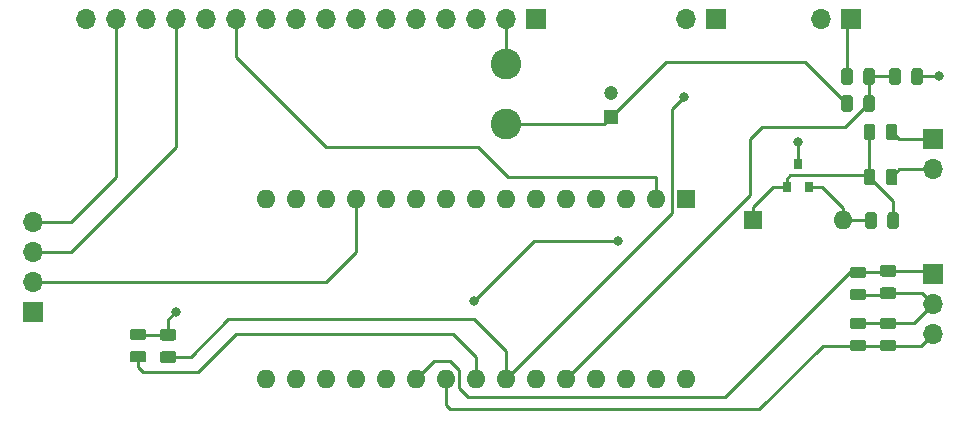
<source format=gbr>
G04 #@! TF.GenerationSoftware,KiCad,Pcbnew,(5.1.5)-3*
G04 #@! TF.CreationDate,2020-07-14T08:47:50-04:00*
G04 #@! TF.ProjectId,WR9R_Raduino,57523952-5f52-4616-9475-696e6f2e6b69,rev?*
G04 #@! TF.SameCoordinates,Original*
G04 #@! TF.FileFunction,Copper,L1,Top*
G04 #@! TF.FilePolarity,Positive*
%FSLAX46Y46*%
G04 Gerber Fmt 4.6, Leading zero omitted, Abs format (unit mm)*
G04 Created by KiCad (PCBNEW (5.1.5)-3) date 2020-07-14 08:47:50*
%MOMM*%
%LPD*%
G04 APERTURE LIST*
%ADD10R,0.800000X0.900000*%
%ADD11C,0.100000*%
%ADD12O,1.700000X1.700000*%
%ADD13R,1.700000X1.700000*%
%ADD14O,1.600000X1.600000*%
%ADD15R,1.600000X1.600000*%
%ADD16C,2.600000*%
%ADD17C,1.200000*%
%ADD18R,1.200000X1.200000*%
%ADD19C,0.800000*%
%ADD20C,0.250000*%
G04 APERTURE END LIST*
D10*
X136817100Y-95392999D03*
X137767100Y-97392999D03*
X135867100Y-97392999D03*
G04 #@! TA.AperFunction,SMDPad,CuDef*
D11*
G36*
X142377242Y-108431173D02*
G01*
X142400903Y-108434683D01*
X142424107Y-108440495D01*
X142446629Y-108448553D01*
X142468253Y-108458781D01*
X142488770Y-108471078D01*
X142507983Y-108485328D01*
X142525707Y-108501392D01*
X142541771Y-108519116D01*
X142556021Y-108538329D01*
X142568318Y-108558846D01*
X142578546Y-108580470D01*
X142586604Y-108602992D01*
X142592416Y-108626196D01*
X142595926Y-108649857D01*
X142597100Y-108673749D01*
X142597100Y-109161249D01*
X142595926Y-109185141D01*
X142592416Y-109208802D01*
X142586604Y-109232006D01*
X142578546Y-109254528D01*
X142568318Y-109276152D01*
X142556021Y-109296669D01*
X142541771Y-109315882D01*
X142525707Y-109333606D01*
X142507983Y-109349670D01*
X142488770Y-109363920D01*
X142468253Y-109376217D01*
X142446629Y-109386445D01*
X142424107Y-109394503D01*
X142400903Y-109400315D01*
X142377242Y-109403825D01*
X142353350Y-109404999D01*
X141440850Y-109404999D01*
X141416958Y-109403825D01*
X141393297Y-109400315D01*
X141370093Y-109394503D01*
X141347571Y-109386445D01*
X141325947Y-109376217D01*
X141305430Y-109363920D01*
X141286217Y-109349670D01*
X141268493Y-109333606D01*
X141252429Y-109315882D01*
X141238179Y-109296669D01*
X141225882Y-109276152D01*
X141215654Y-109254528D01*
X141207596Y-109232006D01*
X141201784Y-109208802D01*
X141198274Y-109185141D01*
X141197100Y-109161249D01*
X141197100Y-108673749D01*
X141198274Y-108649857D01*
X141201784Y-108626196D01*
X141207596Y-108602992D01*
X141215654Y-108580470D01*
X141225882Y-108558846D01*
X141238179Y-108538329D01*
X141252429Y-108519116D01*
X141268493Y-108501392D01*
X141286217Y-108485328D01*
X141305430Y-108471078D01*
X141325947Y-108458781D01*
X141347571Y-108448553D01*
X141370093Y-108440495D01*
X141393297Y-108434683D01*
X141416958Y-108431173D01*
X141440850Y-108429999D01*
X142353350Y-108429999D01*
X142377242Y-108431173D01*
G37*
G04 #@! TD.AperFunction*
G04 #@! TA.AperFunction,SMDPad,CuDef*
G36*
X142377242Y-110306173D02*
G01*
X142400903Y-110309683D01*
X142424107Y-110315495D01*
X142446629Y-110323553D01*
X142468253Y-110333781D01*
X142488770Y-110346078D01*
X142507983Y-110360328D01*
X142525707Y-110376392D01*
X142541771Y-110394116D01*
X142556021Y-110413329D01*
X142568318Y-110433846D01*
X142578546Y-110455470D01*
X142586604Y-110477992D01*
X142592416Y-110501196D01*
X142595926Y-110524857D01*
X142597100Y-110548749D01*
X142597100Y-111036249D01*
X142595926Y-111060141D01*
X142592416Y-111083802D01*
X142586604Y-111107006D01*
X142578546Y-111129528D01*
X142568318Y-111151152D01*
X142556021Y-111171669D01*
X142541771Y-111190882D01*
X142525707Y-111208606D01*
X142507983Y-111224670D01*
X142488770Y-111238920D01*
X142468253Y-111251217D01*
X142446629Y-111261445D01*
X142424107Y-111269503D01*
X142400903Y-111275315D01*
X142377242Y-111278825D01*
X142353350Y-111279999D01*
X141440850Y-111279999D01*
X141416958Y-111278825D01*
X141393297Y-111275315D01*
X141370093Y-111269503D01*
X141347571Y-111261445D01*
X141325947Y-111251217D01*
X141305430Y-111238920D01*
X141286217Y-111224670D01*
X141268493Y-111208606D01*
X141252429Y-111190882D01*
X141238179Y-111171669D01*
X141225882Y-111151152D01*
X141215654Y-111129528D01*
X141207596Y-111107006D01*
X141201784Y-111083802D01*
X141198274Y-111060141D01*
X141197100Y-111036249D01*
X141197100Y-110548749D01*
X141198274Y-110524857D01*
X141201784Y-110501196D01*
X141207596Y-110477992D01*
X141215654Y-110455470D01*
X141225882Y-110433846D01*
X141238179Y-110413329D01*
X141252429Y-110394116D01*
X141268493Y-110376392D01*
X141286217Y-110360328D01*
X141305430Y-110346078D01*
X141325947Y-110333781D01*
X141347571Y-110323553D01*
X141370093Y-110315495D01*
X141393297Y-110309683D01*
X141416958Y-110306173D01*
X141440850Y-110304999D01*
X142353350Y-110304999D01*
X142377242Y-110306173D01*
G37*
G04 #@! TD.AperFunction*
G04 #@! TA.AperFunction,SMDPad,CuDef*
G36*
X142377242Y-105988173D02*
G01*
X142400903Y-105991683D01*
X142424107Y-105997495D01*
X142446629Y-106005553D01*
X142468253Y-106015781D01*
X142488770Y-106028078D01*
X142507983Y-106042328D01*
X142525707Y-106058392D01*
X142541771Y-106076116D01*
X142556021Y-106095329D01*
X142568318Y-106115846D01*
X142578546Y-106137470D01*
X142586604Y-106159992D01*
X142592416Y-106183196D01*
X142595926Y-106206857D01*
X142597100Y-106230749D01*
X142597100Y-106718249D01*
X142595926Y-106742141D01*
X142592416Y-106765802D01*
X142586604Y-106789006D01*
X142578546Y-106811528D01*
X142568318Y-106833152D01*
X142556021Y-106853669D01*
X142541771Y-106872882D01*
X142525707Y-106890606D01*
X142507983Y-106906670D01*
X142488770Y-106920920D01*
X142468253Y-106933217D01*
X142446629Y-106943445D01*
X142424107Y-106951503D01*
X142400903Y-106957315D01*
X142377242Y-106960825D01*
X142353350Y-106961999D01*
X141440850Y-106961999D01*
X141416958Y-106960825D01*
X141393297Y-106957315D01*
X141370093Y-106951503D01*
X141347571Y-106943445D01*
X141325947Y-106933217D01*
X141305430Y-106920920D01*
X141286217Y-106906670D01*
X141268493Y-106890606D01*
X141252429Y-106872882D01*
X141238179Y-106853669D01*
X141225882Y-106833152D01*
X141215654Y-106811528D01*
X141207596Y-106789006D01*
X141201784Y-106765802D01*
X141198274Y-106742141D01*
X141197100Y-106718249D01*
X141197100Y-106230749D01*
X141198274Y-106206857D01*
X141201784Y-106183196D01*
X141207596Y-106159992D01*
X141215654Y-106137470D01*
X141225882Y-106115846D01*
X141238179Y-106095329D01*
X141252429Y-106076116D01*
X141268493Y-106058392D01*
X141286217Y-106042328D01*
X141305430Y-106028078D01*
X141325947Y-106015781D01*
X141347571Y-106005553D01*
X141370093Y-105997495D01*
X141393297Y-105991683D01*
X141416958Y-105988173D01*
X141440850Y-105986999D01*
X142353350Y-105986999D01*
X142377242Y-105988173D01*
G37*
G04 #@! TD.AperFunction*
G04 #@! TA.AperFunction,SMDPad,CuDef*
G36*
X142377242Y-104113173D02*
G01*
X142400903Y-104116683D01*
X142424107Y-104122495D01*
X142446629Y-104130553D01*
X142468253Y-104140781D01*
X142488770Y-104153078D01*
X142507983Y-104167328D01*
X142525707Y-104183392D01*
X142541771Y-104201116D01*
X142556021Y-104220329D01*
X142568318Y-104240846D01*
X142578546Y-104262470D01*
X142586604Y-104284992D01*
X142592416Y-104308196D01*
X142595926Y-104331857D01*
X142597100Y-104355749D01*
X142597100Y-104843249D01*
X142595926Y-104867141D01*
X142592416Y-104890802D01*
X142586604Y-104914006D01*
X142578546Y-104936528D01*
X142568318Y-104958152D01*
X142556021Y-104978669D01*
X142541771Y-104997882D01*
X142525707Y-105015606D01*
X142507983Y-105031670D01*
X142488770Y-105045920D01*
X142468253Y-105058217D01*
X142446629Y-105068445D01*
X142424107Y-105076503D01*
X142400903Y-105082315D01*
X142377242Y-105085825D01*
X142353350Y-105086999D01*
X141440850Y-105086999D01*
X141416958Y-105085825D01*
X141393297Y-105082315D01*
X141370093Y-105076503D01*
X141347571Y-105068445D01*
X141325947Y-105058217D01*
X141305430Y-105045920D01*
X141286217Y-105031670D01*
X141268493Y-105015606D01*
X141252429Y-104997882D01*
X141238179Y-104978669D01*
X141225882Y-104958152D01*
X141215654Y-104936528D01*
X141207596Y-104914006D01*
X141201784Y-104890802D01*
X141198274Y-104867141D01*
X141197100Y-104843249D01*
X141197100Y-104355749D01*
X141198274Y-104331857D01*
X141201784Y-104308196D01*
X141207596Y-104284992D01*
X141215654Y-104262470D01*
X141225882Y-104240846D01*
X141238179Y-104220329D01*
X141252429Y-104201116D01*
X141268493Y-104183392D01*
X141286217Y-104167328D01*
X141305430Y-104153078D01*
X141325947Y-104140781D01*
X141347571Y-104130553D01*
X141370093Y-104122495D01*
X141393297Y-104116683D01*
X141416958Y-104113173D01*
X141440850Y-104111999D01*
X142353350Y-104111999D01*
X142377242Y-104113173D01*
G37*
G04 #@! TD.AperFunction*
G04 #@! TA.AperFunction,SMDPad,CuDef*
G36*
X143259242Y-99504173D02*
G01*
X143282903Y-99507683D01*
X143306107Y-99513495D01*
X143328629Y-99521553D01*
X143350253Y-99531781D01*
X143370770Y-99544078D01*
X143389983Y-99558328D01*
X143407707Y-99574392D01*
X143423771Y-99592116D01*
X143438021Y-99611329D01*
X143450318Y-99631846D01*
X143460546Y-99653470D01*
X143468604Y-99675992D01*
X143474416Y-99699196D01*
X143477926Y-99722857D01*
X143479100Y-99746749D01*
X143479100Y-100659249D01*
X143477926Y-100683141D01*
X143474416Y-100706802D01*
X143468604Y-100730006D01*
X143460546Y-100752528D01*
X143450318Y-100774152D01*
X143438021Y-100794669D01*
X143423771Y-100813882D01*
X143407707Y-100831606D01*
X143389983Y-100847670D01*
X143370770Y-100861920D01*
X143350253Y-100874217D01*
X143328629Y-100884445D01*
X143306107Y-100892503D01*
X143282903Y-100898315D01*
X143259242Y-100901825D01*
X143235350Y-100902999D01*
X142747850Y-100902999D01*
X142723958Y-100901825D01*
X142700297Y-100898315D01*
X142677093Y-100892503D01*
X142654571Y-100884445D01*
X142632947Y-100874217D01*
X142612430Y-100861920D01*
X142593217Y-100847670D01*
X142575493Y-100831606D01*
X142559429Y-100813882D01*
X142545179Y-100794669D01*
X142532882Y-100774152D01*
X142522654Y-100752528D01*
X142514596Y-100730006D01*
X142508784Y-100706802D01*
X142505274Y-100683141D01*
X142504100Y-100659249D01*
X142504100Y-99746749D01*
X142505274Y-99722857D01*
X142508784Y-99699196D01*
X142514596Y-99675992D01*
X142522654Y-99653470D01*
X142532882Y-99631846D01*
X142545179Y-99611329D01*
X142559429Y-99592116D01*
X142575493Y-99574392D01*
X142593217Y-99558328D01*
X142612430Y-99544078D01*
X142632947Y-99531781D01*
X142654571Y-99521553D01*
X142677093Y-99513495D01*
X142700297Y-99507683D01*
X142723958Y-99504173D01*
X142747850Y-99502999D01*
X143235350Y-99502999D01*
X143259242Y-99504173D01*
G37*
G04 #@! TD.AperFunction*
G04 #@! TA.AperFunction,SMDPad,CuDef*
G36*
X145134242Y-99504173D02*
G01*
X145157903Y-99507683D01*
X145181107Y-99513495D01*
X145203629Y-99521553D01*
X145225253Y-99531781D01*
X145245770Y-99544078D01*
X145264983Y-99558328D01*
X145282707Y-99574392D01*
X145298771Y-99592116D01*
X145313021Y-99611329D01*
X145325318Y-99631846D01*
X145335546Y-99653470D01*
X145343604Y-99675992D01*
X145349416Y-99699196D01*
X145352926Y-99722857D01*
X145354100Y-99746749D01*
X145354100Y-100659249D01*
X145352926Y-100683141D01*
X145349416Y-100706802D01*
X145343604Y-100730006D01*
X145335546Y-100752528D01*
X145325318Y-100774152D01*
X145313021Y-100794669D01*
X145298771Y-100813882D01*
X145282707Y-100831606D01*
X145264983Y-100847670D01*
X145245770Y-100861920D01*
X145225253Y-100874217D01*
X145203629Y-100884445D01*
X145181107Y-100892503D01*
X145157903Y-100898315D01*
X145134242Y-100901825D01*
X145110350Y-100902999D01*
X144622850Y-100902999D01*
X144598958Y-100901825D01*
X144575297Y-100898315D01*
X144552093Y-100892503D01*
X144529571Y-100884445D01*
X144507947Y-100874217D01*
X144487430Y-100861920D01*
X144468217Y-100847670D01*
X144450493Y-100831606D01*
X144434429Y-100813882D01*
X144420179Y-100794669D01*
X144407882Y-100774152D01*
X144397654Y-100752528D01*
X144389596Y-100730006D01*
X144383784Y-100706802D01*
X144380274Y-100683141D01*
X144379100Y-100659249D01*
X144379100Y-99746749D01*
X144380274Y-99722857D01*
X144383784Y-99699196D01*
X144389596Y-99675992D01*
X144397654Y-99653470D01*
X144407882Y-99631846D01*
X144420179Y-99611329D01*
X144434429Y-99592116D01*
X144450493Y-99574392D01*
X144468217Y-99558328D01*
X144487430Y-99544078D01*
X144507947Y-99531781D01*
X144529571Y-99521553D01*
X144552093Y-99513495D01*
X144575297Y-99507683D01*
X144598958Y-99504173D01*
X144622850Y-99502999D01*
X145110350Y-99502999D01*
X145134242Y-99504173D01*
G37*
G04 #@! TD.AperFunction*
G04 #@! TA.AperFunction,SMDPad,CuDef*
G36*
X83957242Y-111273673D02*
G01*
X83980903Y-111277183D01*
X84004107Y-111282995D01*
X84026629Y-111291053D01*
X84048253Y-111301281D01*
X84068770Y-111313578D01*
X84087983Y-111327828D01*
X84105707Y-111343892D01*
X84121771Y-111361616D01*
X84136021Y-111380829D01*
X84148318Y-111401346D01*
X84158546Y-111422970D01*
X84166604Y-111445492D01*
X84172416Y-111468696D01*
X84175926Y-111492357D01*
X84177100Y-111516249D01*
X84177100Y-112003749D01*
X84175926Y-112027641D01*
X84172416Y-112051302D01*
X84166604Y-112074506D01*
X84158546Y-112097028D01*
X84148318Y-112118652D01*
X84136021Y-112139169D01*
X84121771Y-112158382D01*
X84105707Y-112176106D01*
X84087983Y-112192170D01*
X84068770Y-112206420D01*
X84048253Y-112218717D01*
X84026629Y-112228945D01*
X84004107Y-112237003D01*
X83980903Y-112242815D01*
X83957242Y-112246325D01*
X83933350Y-112247499D01*
X83020850Y-112247499D01*
X82996958Y-112246325D01*
X82973297Y-112242815D01*
X82950093Y-112237003D01*
X82927571Y-112228945D01*
X82905947Y-112218717D01*
X82885430Y-112206420D01*
X82866217Y-112192170D01*
X82848493Y-112176106D01*
X82832429Y-112158382D01*
X82818179Y-112139169D01*
X82805882Y-112118652D01*
X82795654Y-112097028D01*
X82787596Y-112074506D01*
X82781784Y-112051302D01*
X82778274Y-112027641D01*
X82777100Y-112003749D01*
X82777100Y-111516249D01*
X82778274Y-111492357D01*
X82781784Y-111468696D01*
X82787596Y-111445492D01*
X82795654Y-111422970D01*
X82805882Y-111401346D01*
X82818179Y-111380829D01*
X82832429Y-111361616D01*
X82848493Y-111343892D01*
X82866217Y-111327828D01*
X82885430Y-111313578D01*
X82905947Y-111301281D01*
X82927571Y-111291053D01*
X82950093Y-111282995D01*
X82973297Y-111277183D01*
X82996958Y-111273673D01*
X83020850Y-111272499D01*
X83933350Y-111272499D01*
X83957242Y-111273673D01*
G37*
G04 #@! TD.AperFunction*
G04 #@! TA.AperFunction,SMDPad,CuDef*
G36*
X83957242Y-109398673D02*
G01*
X83980903Y-109402183D01*
X84004107Y-109407995D01*
X84026629Y-109416053D01*
X84048253Y-109426281D01*
X84068770Y-109438578D01*
X84087983Y-109452828D01*
X84105707Y-109468892D01*
X84121771Y-109486616D01*
X84136021Y-109505829D01*
X84148318Y-109526346D01*
X84158546Y-109547970D01*
X84166604Y-109570492D01*
X84172416Y-109593696D01*
X84175926Y-109617357D01*
X84177100Y-109641249D01*
X84177100Y-110128749D01*
X84175926Y-110152641D01*
X84172416Y-110176302D01*
X84166604Y-110199506D01*
X84158546Y-110222028D01*
X84148318Y-110243652D01*
X84136021Y-110264169D01*
X84121771Y-110283382D01*
X84105707Y-110301106D01*
X84087983Y-110317170D01*
X84068770Y-110331420D01*
X84048253Y-110343717D01*
X84026629Y-110353945D01*
X84004107Y-110362003D01*
X83980903Y-110367815D01*
X83957242Y-110371325D01*
X83933350Y-110372499D01*
X83020850Y-110372499D01*
X82996958Y-110371325D01*
X82973297Y-110367815D01*
X82950093Y-110362003D01*
X82927571Y-110353945D01*
X82905947Y-110343717D01*
X82885430Y-110331420D01*
X82866217Y-110317170D01*
X82848493Y-110301106D01*
X82832429Y-110283382D01*
X82818179Y-110264169D01*
X82805882Y-110243652D01*
X82795654Y-110222028D01*
X82787596Y-110199506D01*
X82781784Y-110176302D01*
X82778274Y-110152641D01*
X82777100Y-110128749D01*
X82777100Y-109641249D01*
X82778274Y-109617357D01*
X82781784Y-109593696D01*
X82787596Y-109570492D01*
X82795654Y-109547970D01*
X82805882Y-109526346D01*
X82818179Y-109505829D01*
X82832429Y-109486616D01*
X82848493Y-109468892D01*
X82866217Y-109452828D01*
X82885430Y-109438578D01*
X82905947Y-109426281D01*
X82927571Y-109416053D01*
X82950093Y-109407995D01*
X82973297Y-109402183D01*
X82996958Y-109398673D01*
X83020850Y-109397499D01*
X83933350Y-109397499D01*
X83957242Y-109398673D01*
G37*
G04 #@! TD.AperFunction*
G04 #@! TA.AperFunction,SMDPad,CuDef*
G36*
X81417242Y-109368673D02*
G01*
X81440903Y-109372183D01*
X81464107Y-109377995D01*
X81486629Y-109386053D01*
X81508253Y-109396281D01*
X81528770Y-109408578D01*
X81547983Y-109422828D01*
X81565707Y-109438892D01*
X81581771Y-109456616D01*
X81596021Y-109475829D01*
X81608318Y-109496346D01*
X81618546Y-109517970D01*
X81626604Y-109540492D01*
X81632416Y-109563696D01*
X81635926Y-109587357D01*
X81637100Y-109611249D01*
X81637100Y-110098749D01*
X81635926Y-110122641D01*
X81632416Y-110146302D01*
X81626604Y-110169506D01*
X81618546Y-110192028D01*
X81608318Y-110213652D01*
X81596021Y-110234169D01*
X81581771Y-110253382D01*
X81565707Y-110271106D01*
X81547983Y-110287170D01*
X81528770Y-110301420D01*
X81508253Y-110313717D01*
X81486629Y-110323945D01*
X81464107Y-110332003D01*
X81440903Y-110337815D01*
X81417242Y-110341325D01*
X81393350Y-110342499D01*
X80480850Y-110342499D01*
X80456958Y-110341325D01*
X80433297Y-110337815D01*
X80410093Y-110332003D01*
X80387571Y-110323945D01*
X80365947Y-110313717D01*
X80345430Y-110301420D01*
X80326217Y-110287170D01*
X80308493Y-110271106D01*
X80292429Y-110253382D01*
X80278179Y-110234169D01*
X80265882Y-110213652D01*
X80255654Y-110192028D01*
X80247596Y-110169506D01*
X80241784Y-110146302D01*
X80238274Y-110122641D01*
X80237100Y-110098749D01*
X80237100Y-109611249D01*
X80238274Y-109587357D01*
X80241784Y-109563696D01*
X80247596Y-109540492D01*
X80255654Y-109517970D01*
X80265882Y-109496346D01*
X80278179Y-109475829D01*
X80292429Y-109456616D01*
X80308493Y-109438892D01*
X80326217Y-109422828D01*
X80345430Y-109408578D01*
X80365947Y-109396281D01*
X80387571Y-109386053D01*
X80410093Y-109377995D01*
X80433297Y-109372183D01*
X80456958Y-109368673D01*
X80480850Y-109367499D01*
X81393350Y-109367499D01*
X81417242Y-109368673D01*
G37*
G04 #@! TD.AperFunction*
G04 #@! TA.AperFunction,SMDPad,CuDef*
G36*
X81417242Y-111243673D02*
G01*
X81440903Y-111247183D01*
X81464107Y-111252995D01*
X81486629Y-111261053D01*
X81508253Y-111271281D01*
X81528770Y-111283578D01*
X81547983Y-111297828D01*
X81565707Y-111313892D01*
X81581771Y-111331616D01*
X81596021Y-111350829D01*
X81608318Y-111371346D01*
X81618546Y-111392970D01*
X81626604Y-111415492D01*
X81632416Y-111438696D01*
X81635926Y-111462357D01*
X81637100Y-111486249D01*
X81637100Y-111973749D01*
X81635926Y-111997641D01*
X81632416Y-112021302D01*
X81626604Y-112044506D01*
X81618546Y-112067028D01*
X81608318Y-112088652D01*
X81596021Y-112109169D01*
X81581771Y-112128382D01*
X81565707Y-112146106D01*
X81547983Y-112162170D01*
X81528770Y-112176420D01*
X81508253Y-112188717D01*
X81486629Y-112198945D01*
X81464107Y-112207003D01*
X81440903Y-112212815D01*
X81417242Y-112216325D01*
X81393350Y-112217499D01*
X80480850Y-112217499D01*
X80456958Y-112216325D01*
X80433297Y-112212815D01*
X80410093Y-112207003D01*
X80387571Y-112198945D01*
X80365947Y-112188717D01*
X80345430Y-112176420D01*
X80326217Y-112162170D01*
X80308493Y-112146106D01*
X80292429Y-112128382D01*
X80278179Y-112109169D01*
X80265882Y-112088652D01*
X80255654Y-112067028D01*
X80247596Y-112044506D01*
X80241784Y-112021302D01*
X80238274Y-111997641D01*
X80237100Y-111973749D01*
X80237100Y-111486249D01*
X80238274Y-111462357D01*
X80241784Y-111438696D01*
X80247596Y-111415492D01*
X80255654Y-111392970D01*
X80265882Y-111371346D01*
X80278179Y-111350829D01*
X80292429Y-111331616D01*
X80308493Y-111313892D01*
X80326217Y-111297828D01*
X80345430Y-111283578D01*
X80365947Y-111271281D01*
X80387571Y-111261053D01*
X80410093Y-111252995D01*
X80433297Y-111247183D01*
X80456958Y-111243673D01*
X80480850Y-111242499D01*
X81393350Y-111242499D01*
X81417242Y-111243673D01*
G37*
G04 #@! TD.AperFunction*
G04 #@! TA.AperFunction,SMDPad,CuDef*
G36*
X147166242Y-87312173D02*
G01*
X147189903Y-87315683D01*
X147213107Y-87321495D01*
X147235629Y-87329553D01*
X147257253Y-87339781D01*
X147277770Y-87352078D01*
X147296983Y-87366328D01*
X147314707Y-87382392D01*
X147330771Y-87400116D01*
X147345021Y-87419329D01*
X147357318Y-87439846D01*
X147367546Y-87461470D01*
X147375604Y-87483992D01*
X147381416Y-87507196D01*
X147384926Y-87530857D01*
X147386100Y-87554749D01*
X147386100Y-88467249D01*
X147384926Y-88491141D01*
X147381416Y-88514802D01*
X147375604Y-88538006D01*
X147367546Y-88560528D01*
X147357318Y-88582152D01*
X147345021Y-88602669D01*
X147330771Y-88621882D01*
X147314707Y-88639606D01*
X147296983Y-88655670D01*
X147277770Y-88669920D01*
X147257253Y-88682217D01*
X147235629Y-88692445D01*
X147213107Y-88700503D01*
X147189903Y-88706315D01*
X147166242Y-88709825D01*
X147142350Y-88710999D01*
X146654850Y-88710999D01*
X146630958Y-88709825D01*
X146607297Y-88706315D01*
X146584093Y-88700503D01*
X146561571Y-88692445D01*
X146539947Y-88682217D01*
X146519430Y-88669920D01*
X146500217Y-88655670D01*
X146482493Y-88639606D01*
X146466429Y-88621882D01*
X146452179Y-88602669D01*
X146439882Y-88582152D01*
X146429654Y-88560528D01*
X146421596Y-88538006D01*
X146415784Y-88514802D01*
X146412274Y-88491141D01*
X146411100Y-88467249D01*
X146411100Y-87554749D01*
X146412274Y-87530857D01*
X146415784Y-87507196D01*
X146421596Y-87483992D01*
X146429654Y-87461470D01*
X146439882Y-87439846D01*
X146452179Y-87419329D01*
X146466429Y-87400116D01*
X146482493Y-87382392D01*
X146500217Y-87366328D01*
X146519430Y-87352078D01*
X146539947Y-87339781D01*
X146561571Y-87329553D01*
X146584093Y-87321495D01*
X146607297Y-87315683D01*
X146630958Y-87312173D01*
X146654850Y-87310999D01*
X147142350Y-87310999D01*
X147166242Y-87312173D01*
G37*
G04 #@! TD.AperFunction*
G04 #@! TA.AperFunction,SMDPad,CuDef*
G36*
X145291242Y-87312173D02*
G01*
X145314903Y-87315683D01*
X145338107Y-87321495D01*
X145360629Y-87329553D01*
X145382253Y-87339781D01*
X145402770Y-87352078D01*
X145421983Y-87366328D01*
X145439707Y-87382392D01*
X145455771Y-87400116D01*
X145470021Y-87419329D01*
X145482318Y-87439846D01*
X145492546Y-87461470D01*
X145500604Y-87483992D01*
X145506416Y-87507196D01*
X145509926Y-87530857D01*
X145511100Y-87554749D01*
X145511100Y-88467249D01*
X145509926Y-88491141D01*
X145506416Y-88514802D01*
X145500604Y-88538006D01*
X145492546Y-88560528D01*
X145482318Y-88582152D01*
X145470021Y-88602669D01*
X145455771Y-88621882D01*
X145439707Y-88639606D01*
X145421983Y-88655670D01*
X145402770Y-88669920D01*
X145382253Y-88682217D01*
X145360629Y-88692445D01*
X145338107Y-88700503D01*
X145314903Y-88706315D01*
X145291242Y-88709825D01*
X145267350Y-88710999D01*
X144779850Y-88710999D01*
X144755958Y-88709825D01*
X144732297Y-88706315D01*
X144709093Y-88700503D01*
X144686571Y-88692445D01*
X144664947Y-88682217D01*
X144644430Y-88669920D01*
X144625217Y-88655670D01*
X144607493Y-88639606D01*
X144591429Y-88621882D01*
X144577179Y-88602669D01*
X144564882Y-88582152D01*
X144554654Y-88560528D01*
X144546596Y-88538006D01*
X144540784Y-88514802D01*
X144537274Y-88491141D01*
X144536100Y-88467249D01*
X144536100Y-87554749D01*
X144537274Y-87530857D01*
X144540784Y-87507196D01*
X144546596Y-87483992D01*
X144554654Y-87461470D01*
X144564882Y-87439846D01*
X144577179Y-87419329D01*
X144591429Y-87400116D01*
X144607493Y-87382392D01*
X144625217Y-87366328D01*
X144644430Y-87352078D01*
X144664947Y-87339781D01*
X144686571Y-87329553D01*
X144709093Y-87321495D01*
X144732297Y-87315683D01*
X144755958Y-87312173D01*
X144779850Y-87310999D01*
X145267350Y-87310999D01*
X145291242Y-87312173D01*
G37*
G04 #@! TD.AperFunction*
G04 #@! TA.AperFunction,SMDPad,CuDef*
G36*
X143102242Y-89598173D02*
G01*
X143125903Y-89601683D01*
X143149107Y-89607495D01*
X143171629Y-89615553D01*
X143193253Y-89625781D01*
X143213770Y-89638078D01*
X143232983Y-89652328D01*
X143250707Y-89668392D01*
X143266771Y-89686116D01*
X143281021Y-89705329D01*
X143293318Y-89725846D01*
X143303546Y-89747470D01*
X143311604Y-89769992D01*
X143317416Y-89793196D01*
X143320926Y-89816857D01*
X143322100Y-89840749D01*
X143322100Y-90753249D01*
X143320926Y-90777141D01*
X143317416Y-90800802D01*
X143311604Y-90824006D01*
X143303546Y-90846528D01*
X143293318Y-90868152D01*
X143281021Y-90888669D01*
X143266771Y-90907882D01*
X143250707Y-90925606D01*
X143232983Y-90941670D01*
X143213770Y-90955920D01*
X143193253Y-90968217D01*
X143171629Y-90978445D01*
X143149107Y-90986503D01*
X143125903Y-90992315D01*
X143102242Y-90995825D01*
X143078350Y-90996999D01*
X142590850Y-90996999D01*
X142566958Y-90995825D01*
X142543297Y-90992315D01*
X142520093Y-90986503D01*
X142497571Y-90978445D01*
X142475947Y-90968217D01*
X142455430Y-90955920D01*
X142436217Y-90941670D01*
X142418493Y-90925606D01*
X142402429Y-90907882D01*
X142388179Y-90888669D01*
X142375882Y-90868152D01*
X142365654Y-90846528D01*
X142357596Y-90824006D01*
X142351784Y-90800802D01*
X142348274Y-90777141D01*
X142347100Y-90753249D01*
X142347100Y-89840749D01*
X142348274Y-89816857D01*
X142351784Y-89793196D01*
X142357596Y-89769992D01*
X142365654Y-89747470D01*
X142375882Y-89725846D01*
X142388179Y-89705329D01*
X142402429Y-89686116D01*
X142418493Y-89668392D01*
X142436217Y-89652328D01*
X142455430Y-89638078D01*
X142475947Y-89625781D01*
X142497571Y-89615553D01*
X142520093Y-89607495D01*
X142543297Y-89601683D01*
X142566958Y-89598173D01*
X142590850Y-89596999D01*
X143078350Y-89596999D01*
X143102242Y-89598173D01*
G37*
G04 #@! TD.AperFunction*
G04 #@! TA.AperFunction,SMDPad,CuDef*
G36*
X141227242Y-89598173D02*
G01*
X141250903Y-89601683D01*
X141274107Y-89607495D01*
X141296629Y-89615553D01*
X141318253Y-89625781D01*
X141338770Y-89638078D01*
X141357983Y-89652328D01*
X141375707Y-89668392D01*
X141391771Y-89686116D01*
X141406021Y-89705329D01*
X141418318Y-89725846D01*
X141428546Y-89747470D01*
X141436604Y-89769992D01*
X141442416Y-89793196D01*
X141445926Y-89816857D01*
X141447100Y-89840749D01*
X141447100Y-90753249D01*
X141445926Y-90777141D01*
X141442416Y-90800802D01*
X141436604Y-90824006D01*
X141428546Y-90846528D01*
X141418318Y-90868152D01*
X141406021Y-90888669D01*
X141391771Y-90907882D01*
X141375707Y-90925606D01*
X141357983Y-90941670D01*
X141338770Y-90955920D01*
X141318253Y-90968217D01*
X141296629Y-90978445D01*
X141274107Y-90986503D01*
X141250903Y-90992315D01*
X141227242Y-90995825D01*
X141203350Y-90996999D01*
X140715850Y-90996999D01*
X140691958Y-90995825D01*
X140668297Y-90992315D01*
X140645093Y-90986503D01*
X140622571Y-90978445D01*
X140600947Y-90968217D01*
X140580430Y-90955920D01*
X140561217Y-90941670D01*
X140543493Y-90925606D01*
X140527429Y-90907882D01*
X140513179Y-90888669D01*
X140500882Y-90868152D01*
X140490654Y-90846528D01*
X140482596Y-90824006D01*
X140476784Y-90800802D01*
X140473274Y-90777141D01*
X140472100Y-90753249D01*
X140472100Y-89840749D01*
X140473274Y-89816857D01*
X140476784Y-89793196D01*
X140482596Y-89769992D01*
X140490654Y-89747470D01*
X140500882Y-89725846D01*
X140513179Y-89705329D01*
X140527429Y-89686116D01*
X140543493Y-89668392D01*
X140561217Y-89652328D01*
X140580430Y-89638078D01*
X140600947Y-89625781D01*
X140622571Y-89615553D01*
X140645093Y-89607495D01*
X140668297Y-89601683D01*
X140691958Y-89598173D01*
X140715850Y-89596999D01*
X141203350Y-89596999D01*
X141227242Y-89598173D01*
G37*
G04 #@! TD.AperFunction*
D12*
X148247100Y-95884999D03*
D13*
X148247100Y-93344999D03*
D14*
X140627100Y-100202999D03*
D15*
X133007100Y-100202999D03*
G04 #@! TA.AperFunction,SMDPad,CuDef*
D11*
G36*
X144917242Y-110306173D02*
G01*
X144940903Y-110309683D01*
X144964107Y-110315495D01*
X144986629Y-110323553D01*
X145008253Y-110333781D01*
X145028770Y-110346078D01*
X145047983Y-110360328D01*
X145065707Y-110376392D01*
X145081771Y-110394116D01*
X145096021Y-110413329D01*
X145108318Y-110433846D01*
X145118546Y-110455470D01*
X145126604Y-110477992D01*
X145132416Y-110501196D01*
X145135926Y-110524857D01*
X145137100Y-110548749D01*
X145137100Y-111036249D01*
X145135926Y-111060141D01*
X145132416Y-111083802D01*
X145126604Y-111107006D01*
X145118546Y-111129528D01*
X145108318Y-111151152D01*
X145096021Y-111171669D01*
X145081771Y-111190882D01*
X145065707Y-111208606D01*
X145047983Y-111224670D01*
X145028770Y-111238920D01*
X145008253Y-111251217D01*
X144986629Y-111261445D01*
X144964107Y-111269503D01*
X144940903Y-111275315D01*
X144917242Y-111278825D01*
X144893350Y-111279999D01*
X143980850Y-111279999D01*
X143956958Y-111278825D01*
X143933297Y-111275315D01*
X143910093Y-111269503D01*
X143887571Y-111261445D01*
X143865947Y-111251217D01*
X143845430Y-111238920D01*
X143826217Y-111224670D01*
X143808493Y-111208606D01*
X143792429Y-111190882D01*
X143778179Y-111171669D01*
X143765882Y-111151152D01*
X143755654Y-111129528D01*
X143747596Y-111107006D01*
X143741784Y-111083802D01*
X143738274Y-111060141D01*
X143737100Y-111036249D01*
X143737100Y-110548749D01*
X143738274Y-110524857D01*
X143741784Y-110501196D01*
X143747596Y-110477992D01*
X143755654Y-110455470D01*
X143765882Y-110433846D01*
X143778179Y-110413329D01*
X143792429Y-110394116D01*
X143808493Y-110376392D01*
X143826217Y-110360328D01*
X143845430Y-110346078D01*
X143865947Y-110333781D01*
X143887571Y-110323553D01*
X143910093Y-110315495D01*
X143933297Y-110309683D01*
X143956958Y-110306173D01*
X143980850Y-110304999D01*
X144893350Y-110304999D01*
X144917242Y-110306173D01*
G37*
G04 #@! TD.AperFunction*
G04 #@! TA.AperFunction,SMDPad,CuDef*
G36*
X144917242Y-108431173D02*
G01*
X144940903Y-108434683D01*
X144964107Y-108440495D01*
X144986629Y-108448553D01*
X145008253Y-108458781D01*
X145028770Y-108471078D01*
X145047983Y-108485328D01*
X145065707Y-108501392D01*
X145081771Y-108519116D01*
X145096021Y-108538329D01*
X145108318Y-108558846D01*
X145118546Y-108580470D01*
X145126604Y-108602992D01*
X145132416Y-108626196D01*
X145135926Y-108649857D01*
X145137100Y-108673749D01*
X145137100Y-109161249D01*
X145135926Y-109185141D01*
X145132416Y-109208802D01*
X145126604Y-109232006D01*
X145118546Y-109254528D01*
X145108318Y-109276152D01*
X145096021Y-109296669D01*
X145081771Y-109315882D01*
X145065707Y-109333606D01*
X145047983Y-109349670D01*
X145028770Y-109363920D01*
X145008253Y-109376217D01*
X144986629Y-109386445D01*
X144964107Y-109394503D01*
X144940903Y-109400315D01*
X144917242Y-109403825D01*
X144893350Y-109404999D01*
X143980850Y-109404999D01*
X143956958Y-109403825D01*
X143933297Y-109400315D01*
X143910093Y-109394503D01*
X143887571Y-109386445D01*
X143865947Y-109376217D01*
X143845430Y-109363920D01*
X143826217Y-109349670D01*
X143808493Y-109333606D01*
X143792429Y-109315882D01*
X143778179Y-109296669D01*
X143765882Y-109276152D01*
X143755654Y-109254528D01*
X143747596Y-109232006D01*
X143741784Y-109208802D01*
X143738274Y-109185141D01*
X143737100Y-109161249D01*
X143737100Y-108673749D01*
X143738274Y-108649857D01*
X143741784Y-108626196D01*
X143747596Y-108602992D01*
X143755654Y-108580470D01*
X143765882Y-108558846D01*
X143778179Y-108538329D01*
X143792429Y-108519116D01*
X143808493Y-108501392D01*
X143826217Y-108485328D01*
X143845430Y-108471078D01*
X143865947Y-108458781D01*
X143887571Y-108448553D01*
X143910093Y-108440495D01*
X143933297Y-108434683D01*
X143956958Y-108431173D01*
X143980850Y-108429999D01*
X144893350Y-108429999D01*
X144917242Y-108431173D01*
G37*
G04 #@! TD.AperFunction*
G04 #@! TA.AperFunction,SMDPad,CuDef*
G36*
X144917242Y-103986173D02*
G01*
X144940903Y-103989683D01*
X144964107Y-103995495D01*
X144986629Y-104003553D01*
X145008253Y-104013781D01*
X145028770Y-104026078D01*
X145047983Y-104040328D01*
X145065707Y-104056392D01*
X145081771Y-104074116D01*
X145096021Y-104093329D01*
X145108318Y-104113846D01*
X145118546Y-104135470D01*
X145126604Y-104157992D01*
X145132416Y-104181196D01*
X145135926Y-104204857D01*
X145137100Y-104228749D01*
X145137100Y-104716249D01*
X145135926Y-104740141D01*
X145132416Y-104763802D01*
X145126604Y-104787006D01*
X145118546Y-104809528D01*
X145108318Y-104831152D01*
X145096021Y-104851669D01*
X145081771Y-104870882D01*
X145065707Y-104888606D01*
X145047983Y-104904670D01*
X145028770Y-104918920D01*
X145008253Y-104931217D01*
X144986629Y-104941445D01*
X144964107Y-104949503D01*
X144940903Y-104955315D01*
X144917242Y-104958825D01*
X144893350Y-104959999D01*
X143980850Y-104959999D01*
X143956958Y-104958825D01*
X143933297Y-104955315D01*
X143910093Y-104949503D01*
X143887571Y-104941445D01*
X143865947Y-104931217D01*
X143845430Y-104918920D01*
X143826217Y-104904670D01*
X143808493Y-104888606D01*
X143792429Y-104870882D01*
X143778179Y-104851669D01*
X143765882Y-104831152D01*
X143755654Y-104809528D01*
X143747596Y-104787006D01*
X143741784Y-104763802D01*
X143738274Y-104740141D01*
X143737100Y-104716249D01*
X143737100Y-104228749D01*
X143738274Y-104204857D01*
X143741784Y-104181196D01*
X143747596Y-104157992D01*
X143755654Y-104135470D01*
X143765882Y-104113846D01*
X143778179Y-104093329D01*
X143792429Y-104074116D01*
X143808493Y-104056392D01*
X143826217Y-104040328D01*
X143845430Y-104026078D01*
X143865947Y-104013781D01*
X143887571Y-104003553D01*
X143910093Y-103995495D01*
X143933297Y-103989683D01*
X143956958Y-103986173D01*
X143980850Y-103984999D01*
X144893350Y-103984999D01*
X144917242Y-103986173D01*
G37*
G04 #@! TD.AperFunction*
G04 #@! TA.AperFunction,SMDPad,CuDef*
G36*
X144917242Y-105861173D02*
G01*
X144940903Y-105864683D01*
X144964107Y-105870495D01*
X144986629Y-105878553D01*
X145008253Y-105888781D01*
X145028770Y-105901078D01*
X145047983Y-105915328D01*
X145065707Y-105931392D01*
X145081771Y-105949116D01*
X145096021Y-105968329D01*
X145108318Y-105988846D01*
X145118546Y-106010470D01*
X145126604Y-106032992D01*
X145132416Y-106056196D01*
X145135926Y-106079857D01*
X145137100Y-106103749D01*
X145137100Y-106591249D01*
X145135926Y-106615141D01*
X145132416Y-106638802D01*
X145126604Y-106662006D01*
X145118546Y-106684528D01*
X145108318Y-106706152D01*
X145096021Y-106726669D01*
X145081771Y-106745882D01*
X145065707Y-106763606D01*
X145047983Y-106779670D01*
X145028770Y-106793920D01*
X145008253Y-106806217D01*
X144986629Y-106816445D01*
X144964107Y-106824503D01*
X144940903Y-106830315D01*
X144917242Y-106833825D01*
X144893350Y-106834999D01*
X143980850Y-106834999D01*
X143956958Y-106833825D01*
X143933297Y-106830315D01*
X143910093Y-106824503D01*
X143887571Y-106816445D01*
X143865947Y-106806217D01*
X143845430Y-106793920D01*
X143826217Y-106779670D01*
X143808493Y-106763606D01*
X143792429Y-106745882D01*
X143778179Y-106726669D01*
X143765882Y-106706152D01*
X143755654Y-106684528D01*
X143747596Y-106662006D01*
X143741784Y-106638802D01*
X143738274Y-106615141D01*
X143737100Y-106591249D01*
X143737100Y-106103749D01*
X143738274Y-106079857D01*
X143741784Y-106056196D01*
X143747596Y-106032992D01*
X143755654Y-106010470D01*
X143765882Y-105988846D01*
X143778179Y-105968329D01*
X143792429Y-105949116D01*
X143808493Y-105931392D01*
X143826217Y-105915328D01*
X143845430Y-105901078D01*
X143865947Y-105888781D01*
X143887571Y-105878553D01*
X143910093Y-105870495D01*
X143933297Y-105864683D01*
X143956958Y-105861173D01*
X143980850Y-105859999D01*
X144893350Y-105859999D01*
X144917242Y-105861173D01*
G37*
G04 #@! TD.AperFunction*
G04 #@! TA.AperFunction,SMDPad,CuDef*
G36*
X143132242Y-95821173D02*
G01*
X143155903Y-95824683D01*
X143179107Y-95830495D01*
X143201629Y-95838553D01*
X143223253Y-95848781D01*
X143243770Y-95861078D01*
X143262983Y-95875328D01*
X143280707Y-95891392D01*
X143296771Y-95909116D01*
X143311021Y-95928329D01*
X143323318Y-95948846D01*
X143333546Y-95970470D01*
X143341604Y-95992992D01*
X143347416Y-96016196D01*
X143350926Y-96039857D01*
X143352100Y-96063749D01*
X143352100Y-96976249D01*
X143350926Y-97000141D01*
X143347416Y-97023802D01*
X143341604Y-97047006D01*
X143333546Y-97069528D01*
X143323318Y-97091152D01*
X143311021Y-97111669D01*
X143296771Y-97130882D01*
X143280707Y-97148606D01*
X143262983Y-97164670D01*
X143243770Y-97178920D01*
X143223253Y-97191217D01*
X143201629Y-97201445D01*
X143179107Y-97209503D01*
X143155903Y-97215315D01*
X143132242Y-97218825D01*
X143108350Y-97219999D01*
X142620850Y-97219999D01*
X142596958Y-97218825D01*
X142573297Y-97215315D01*
X142550093Y-97209503D01*
X142527571Y-97201445D01*
X142505947Y-97191217D01*
X142485430Y-97178920D01*
X142466217Y-97164670D01*
X142448493Y-97148606D01*
X142432429Y-97130882D01*
X142418179Y-97111669D01*
X142405882Y-97091152D01*
X142395654Y-97069528D01*
X142387596Y-97047006D01*
X142381784Y-97023802D01*
X142378274Y-97000141D01*
X142377100Y-96976249D01*
X142377100Y-96063749D01*
X142378274Y-96039857D01*
X142381784Y-96016196D01*
X142387596Y-95992992D01*
X142395654Y-95970470D01*
X142405882Y-95948846D01*
X142418179Y-95928329D01*
X142432429Y-95909116D01*
X142448493Y-95891392D01*
X142466217Y-95875328D01*
X142485430Y-95861078D01*
X142505947Y-95848781D01*
X142527571Y-95838553D01*
X142550093Y-95830495D01*
X142573297Y-95824683D01*
X142596958Y-95821173D01*
X142620850Y-95819999D01*
X143108350Y-95819999D01*
X143132242Y-95821173D01*
G37*
G04 #@! TD.AperFunction*
G04 #@! TA.AperFunction,SMDPad,CuDef*
G36*
X145007242Y-95821173D02*
G01*
X145030903Y-95824683D01*
X145054107Y-95830495D01*
X145076629Y-95838553D01*
X145098253Y-95848781D01*
X145118770Y-95861078D01*
X145137983Y-95875328D01*
X145155707Y-95891392D01*
X145171771Y-95909116D01*
X145186021Y-95928329D01*
X145198318Y-95948846D01*
X145208546Y-95970470D01*
X145216604Y-95992992D01*
X145222416Y-96016196D01*
X145225926Y-96039857D01*
X145227100Y-96063749D01*
X145227100Y-96976249D01*
X145225926Y-97000141D01*
X145222416Y-97023802D01*
X145216604Y-97047006D01*
X145208546Y-97069528D01*
X145198318Y-97091152D01*
X145186021Y-97111669D01*
X145171771Y-97130882D01*
X145155707Y-97148606D01*
X145137983Y-97164670D01*
X145118770Y-97178920D01*
X145098253Y-97191217D01*
X145076629Y-97201445D01*
X145054107Y-97209503D01*
X145030903Y-97215315D01*
X145007242Y-97218825D01*
X144983350Y-97219999D01*
X144495850Y-97219999D01*
X144471958Y-97218825D01*
X144448297Y-97215315D01*
X144425093Y-97209503D01*
X144402571Y-97201445D01*
X144380947Y-97191217D01*
X144360430Y-97178920D01*
X144341217Y-97164670D01*
X144323493Y-97148606D01*
X144307429Y-97130882D01*
X144293179Y-97111669D01*
X144280882Y-97091152D01*
X144270654Y-97069528D01*
X144262596Y-97047006D01*
X144256784Y-97023802D01*
X144253274Y-97000141D01*
X144252100Y-96976249D01*
X144252100Y-96063749D01*
X144253274Y-96039857D01*
X144256784Y-96016196D01*
X144262596Y-95992992D01*
X144270654Y-95970470D01*
X144280882Y-95948846D01*
X144293179Y-95928329D01*
X144307429Y-95909116D01*
X144323493Y-95891392D01*
X144341217Y-95875328D01*
X144360430Y-95861078D01*
X144380947Y-95848781D01*
X144402571Y-95838553D01*
X144425093Y-95830495D01*
X144448297Y-95824683D01*
X144471958Y-95821173D01*
X144495850Y-95819999D01*
X144983350Y-95819999D01*
X145007242Y-95821173D01*
G37*
G04 #@! TD.AperFunction*
G04 #@! TA.AperFunction,SMDPad,CuDef*
G36*
X143132242Y-92011173D02*
G01*
X143155903Y-92014683D01*
X143179107Y-92020495D01*
X143201629Y-92028553D01*
X143223253Y-92038781D01*
X143243770Y-92051078D01*
X143262983Y-92065328D01*
X143280707Y-92081392D01*
X143296771Y-92099116D01*
X143311021Y-92118329D01*
X143323318Y-92138846D01*
X143333546Y-92160470D01*
X143341604Y-92182992D01*
X143347416Y-92206196D01*
X143350926Y-92229857D01*
X143352100Y-92253749D01*
X143352100Y-93166249D01*
X143350926Y-93190141D01*
X143347416Y-93213802D01*
X143341604Y-93237006D01*
X143333546Y-93259528D01*
X143323318Y-93281152D01*
X143311021Y-93301669D01*
X143296771Y-93320882D01*
X143280707Y-93338606D01*
X143262983Y-93354670D01*
X143243770Y-93368920D01*
X143223253Y-93381217D01*
X143201629Y-93391445D01*
X143179107Y-93399503D01*
X143155903Y-93405315D01*
X143132242Y-93408825D01*
X143108350Y-93409999D01*
X142620850Y-93409999D01*
X142596958Y-93408825D01*
X142573297Y-93405315D01*
X142550093Y-93399503D01*
X142527571Y-93391445D01*
X142505947Y-93381217D01*
X142485430Y-93368920D01*
X142466217Y-93354670D01*
X142448493Y-93338606D01*
X142432429Y-93320882D01*
X142418179Y-93301669D01*
X142405882Y-93281152D01*
X142395654Y-93259528D01*
X142387596Y-93237006D01*
X142381784Y-93213802D01*
X142378274Y-93190141D01*
X142377100Y-93166249D01*
X142377100Y-92253749D01*
X142378274Y-92229857D01*
X142381784Y-92206196D01*
X142387596Y-92182992D01*
X142395654Y-92160470D01*
X142405882Y-92138846D01*
X142418179Y-92118329D01*
X142432429Y-92099116D01*
X142448493Y-92081392D01*
X142466217Y-92065328D01*
X142485430Y-92051078D01*
X142505947Y-92038781D01*
X142527571Y-92028553D01*
X142550093Y-92020495D01*
X142573297Y-92014683D01*
X142596958Y-92011173D01*
X142620850Y-92009999D01*
X143108350Y-92009999D01*
X143132242Y-92011173D01*
G37*
G04 #@! TD.AperFunction*
G04 #@! TA.AperFunction,SMDPad,CuDef*
G36*
X145007242Y-92011173D02*
G01*
X145030903Y-92014683D01*
X145054107Y-92020495D01*
X145076629Y-92028553D01*
X145098253Y-92038781D01*
X145118770Y-92051078D01*
X145137983Y-92065328D01*
X145155707Y-92081392D01*
X145171771Y-92099116D01*
X145186021Y-92118329D01*
X145198318Y-92138846D01*
X145208546Y-92160470D01*
X145216604Y-92182992D01*
X145222416Y-92206196D01*
X145225926Y-92229857D01*
X145227100Y-92253749D01*
X145227100Y-93166249D01*
X145225926Y-93190141D01*
X145222416Y-93213802D01*
X145216604Y-93237006D01*
X145208546Y-93259528D01*
X145198318Y-93281152D01*
X145186021Y-93301669D01*
X145171771Y-93320882D01*
X145155707Y-93338606D01*
X145137983Y-93354670D01*
X145118770Y-93368920D01*
X145098253Y-93381217D01*
X145076629Y-93391445D01*
X145054107Y-93399503D01*
X145030903Y-93405315D01*
X145007242Y-93408825D01*
X144983350Y-93409999D01*
X144495850Y-93409999D01*
X144471958Y-93408825D01*
X144448297Y-93405315D01*
X144425093Y-93399503D01*
X144402571Y-93391445D01*
X144380947Y-93381217D01*
X144360430Y-93368920D01*
X144341217Y-93354670D01*
X144323493Y-93338606D01*
X144307429Y-93320882D01*
X144293179Y-93301669D01*
X144280882Y-93281152D01*
X144270654Y-93259528D01*
X144262596Y-93237006D01*
X144256784Y-93213802D01*
X144253274Y-93190141D01*
X144252100Y-93166249D01*
X144252100Y-92253749D01*
X144253274Y-92229857D01*
X144256784Y-92206196D01*
X144262596Y-92182992D01*
X144270654Y-92160470D01*
X144280882Y-92138846D01*
X144293179Y-92118329D01*
X144307429Y-92099116D01*
X144323493Y-92081392D01*
X144341217Y-92065328D01*
X144360430Y-92051078D01*
X144380947Y-92038781D01*
X144402571Y-92028553D01*
X144425093Y-92020495D01*
X144448297Y-92014683D01*
X144471958Y-92011173D01*
X144495850Y-92009999D01*
X144983350Y-92009999D01*
X145007242Y-92011173D01*
G37*
G04 #@! TD.AperFunction*
G04 #@! TA.AperFunction,SMDPad,CuDef*
G36*
X143102242Y-87312173D02*
G01*
X143125903Y-87315683D01*
X143149107Y-87321495D01*
X143171629Y-87329553D01*
X143193253Y-87339781D01*
X143213770Y-87352078D01*
X143232983Y-87366328D01*
X143250707Y-87382392D01*
X143266771Y-87400116D01*
X143281021Y-87419329D01*
X143293318Y-87439846D01*
X143303546Y-87461470D01*
X143311604Y-87483992D01*
X143317416Y-87507196D01*
X143320926Y-87530857D01*
X143322100Y-87554749D01*
X143322100Y-88467249D01*
X143320926Y-88491141D01*
X143317416Y-88514802D01*
X143311604Y-88538006D01*
X143303546Y-88560528D01*
X143293318Y-88582152D01*
X143281021Y-88602669D01*
X143266771Y-88621882D01*
X143250707Y-88639606D01*
X143232983Y-88655670D01*
X143213770Y-88669920D01*
X143193253Y-88682217D01*
X143171629Y-88692445D01*
X143149107Y-88700503D01*
X143125903Y-88706315D01*
X143102242Y-88709825D01*
X143078350Y-88710999D01*
X142590850Y-88710999D01*
X142566958Y-88709825D01*
X142543297Y-88706315D01*
X142520093Y-88700503D01*
X142497571Y-88692445D01*
X142475947Y-88682217D01*
X142455430Y-88669920D01*
X142436217Y-88655670D01*
X142418493Y-88639606D01*
X142402429Y-88621882D01*
X142388179Y-88602669D01*
X142375882Y-88582152D01*
X142365654Y-88560528D01*
X142357596Y-88538006D01*
X142351784Y-88514802D01*
X142348274Y-88491141D01*
X142347100Y-88467249D01*
X142347100Y-87554749D01*
X142348274Y-87530857D01*
X142351784Y-87507196D01*
X142357596Y-87483992D01*
X142365654Y-87461470D01*
X142375882Y-87439846D01*
X142388179Y-87419329D01*
X142402429Y-87400116D01*
X142418493Y-87382392D01*
X142436217Y-87366328D01*
X142455430Y-87352078D01*
X142475947Y-87339781D01*
X142497571Y-87329553D01*
X142520093Y-87321495D01*
X142543297Y-87315683D01*
X142566958Y-87312173D01*
X142590850Y-87310999D01*
X143078350Y-87310999D01*
X143102242Y-87312173D01*
G37*
G04 #@! TD.AperFunction*
G04 #@! TA.AperFunction,SMDPad,CuDef*
G36*
X141227242Y-87312173D02*
G01*
X141250903Y-87315683D01*
X141274107Y-87321495D01*
X141296629Y-87329553D01*
X141318253Y-87339781D01*
X141338770Y-87352078D01*
X141357983Y-87366328D01*
X141375707Y-87382392D01*
X141391771Y-87400116D01*
X141406021Y-87419329D01*
X141418318Y-87439846D01*
X141428546Y-87461470D01*
X141436604Y-87483992D01*
X141442416Y-87507196D01*
X141445926Y-87530857D01*
X141447100Y-87554749D01*
X141447100Y-88467249D01*
X141445926Y-88491141D01*
X141442416Y-88514802D01*
X141436604Y-88538006D01*
X141428546Y-88560528D01*
X141418318Y-88582152D01*
X141406021Y-88602669D01*
X141391771Y-88621882D01*
X141375707Y-88639606D01*
X141357983Y-88655670D01*
X141338770Y-88669920D01*
X141318253Y-88682217D01*
X141296629Y-88692445D01*
X141274107Y-88700503D01*
X141250903Y-88706315D01*
X141227242Y-88709825D01*
X141203350Y-88710999D01*
X140715850Y-88710999D01*
X140691958Y-88709825D01*
X140668297Y-88706315D01*
X140645093Y-88700503D01*
X140622571Y-88692445D01*
X140600947Y-88682217D01*
X140580430Y-88669920D01*
X140561217Y-88655670D01*
X140543493Y-88639606D01*
X140527429Y-88621882D01*
X140513179Y-88602669D01*
X140500882Y-88582152D01*
X140490654Y-88560528D01*
X140482596Y-88538006D01*
X140476784Y-88514802D01*
X140473274Y-88491141D01*
X140472100Y-88467249D01*
X140472100Y-87554749D01*
X140473274Y-87530857D01*
X140476784Y-87507196D01*
X140482596Y-87483992D01*
X140490654Y-87461470D01*
X140500882Y-87439846D01*
X140513179Y-87419329D01*
X140527429Y-87400116D01*
X140543493Y-87382392D01*
X140561217Y-87366328D01*
X140580430Y-87352078D01*
X140600947Y-87339781D01*
X140622571Y-87329553D01*
X140645093Y-87321495D01*
X140668297Y-87315683D01*
X140691958Y-87312173D01*
X140715850Y-87310999D01*
X141203350Y-87310999D01*
X141227242Y-87312173D01*
G37*
G04 #@! TD.AperFunction*
D14*
X91732100Y-113664999D03*
X91732100Y-98424999D03*
X127292100Y-113664999D03*
X94272100Y-98424999D03*
X124752100Y-113664999D03*
X96812100Y-98424999D03*
X122212100Y-113664999D03*
X99352100Y-98424999D03*
X119672100Y-113664999D03*
X101892100Y-98424999D03*
X117132100Y-113664999D03*
X104432100Y-98424999D03*
X114592100Y-113664999D03*
X106972100Y-98424999D03*
X112052100Y-113664999D03*
X109512100Y-98424999D03*
X109512100Y-113664999D03*
X112052100Y-98424999D03*
X106972100Y-113664999D03*
X114592100Y-98424999D03*
X104432100Y-113664999D03*
X117132100Y-98424999D03*
X101892100Y-113664999D03*
X119672100Y-98424999D03*
X99352100Y-113664999D03*
X122212100Y-98424999D03*
X96812100Y-113664999D03*
X124752100Y-98424999D03*
X94272100Y-113664999D03*
D15*
X127292100Y-98424999D03*
D12*
X127292100Y-83184999D03*
D13*
X129832100Y-83184999D03*
D12*
X148247100Y-109854999D03*
X148247100Y-107314999D03*
D13*
X148247100Y-104774999D03*
D12*
X138722100Y-83184999D03*
D13*
X141262100Y-83184999D03*
D12*
X72047100Y-100329999D03*
X72047100Y-102869999D03*
X72047100Y-105409999D03*
D13*
X72047100Y-107949999D03*
D16*
X112052100Y-91994999D03*
X112052100Y-86994999D03*
D12*
X76492100Y-83184999D03*
X79032100Y-83184999D03*
X81572100Y-83184999D03*
X84112100Y-83184999D03*
X86652100Y-83184999D03*
X89192100Y-83184999D03*
X91732100Y-83184999D03*
X94272100Y-83184999D03*
X96812100Y-83184999D03*
X99352100Y-83184999D03*
X101892100Y-83184999D03*
X104432100Y-83184999D03*
X106972100Y-83184999D03*
X109512100Y-83184999D03*
X112052100Y-83184999D03*
D13*
X114592100Y-83184999D03*
D17*
X120942100Y-89439999D03*
D18*
X120942100Y-91439999D03*
D19*
X148755100Y-88010999D03*
X84112100Y-107949999D03*
X136817100Y-93598999D03*
X127165100Y-89788989D03*
X121577100Y-101980999D03*
X109385100Y-107060999D03*
D20*
X146644600Y-108917499D02*
X148247100Y-107314999D01*
X144437100Y-108917499D02*
X146644600Y-108917499D01*
X147279600Y-106347499D02*
X148247100Y-107314999D01*
X144437100Y-106347499D02*
X147279600Y-106347499D01*
X144310100Y-106474499D02*
X144437100Y-106347499D01*
X141897100Y-106474499D02*
X144310100Y-106474499D01*
X142597100Y-108917499D02*
X144437100Y-108917499D01*
X141897100Y-108917499D02*
X142597100Y-108917499D01*
X142991600Y-100202999D02*
X140627100Y-100202999D01*
X138867100Y-97392999D02*
X138417100Y-97392999D01*
X140627100Y-99152999D02*
X138867100Y-97392999D01*
X138417100Y-97392999D02*
X137767100Y-97392999D01*
X140627100Y-100202999D02*
X140627100Y-99152999D01*
X146898600Y-88010999D02*
X148755100Y-88010999D01*
X80967100Y-109884999D02*
X80937100Y-109854999D01*
X83477100Y-109884999D02*
X80967100Y-109884999D01*
X83477100Y-109884999D02*
X83477100Y-108584999D01*
X83477100Y-108584999D02*
X84112100Y-107949999D01*
X140474073Y-89811472D02*
X140959600Y-90296999D01*
X137440599Y-86777998D02*
X140474073Y-89811472D01*
X120942100Y-91439999D02*
X125604101Y-86777998D01*
X125604101Y-86777998D02*
X137440599Y-86777998D01*
X120387100Y-91994999D02*
X120942100Y-91439999D01*
X112052100Y-91994999D02*
X120387100Y-91994999D01*
X148247100Y-109854999D02*
X147231100Y-110870999D01*
X147152600Y-110792499D02*
X144437100Y-110792499D01*
X147231100Y-110870999D02*
X147152600Y-110792499D01*
X143737100Y-110792499D02*
X141897100Y-110792499D01*
X144437100Y-110792499D02*
X143737100Y-110792499D01*
X141897100Y-110792499D02*
X138927600Y-110792499D01*
X138927600Y-110792499D02*
X133515100Y-116204999D01*
X133515100Y-116204999D02*
X107353100Y-116204999D01*
X106972100Y-115823999D02*
X106972100Y-113664999D01*
X107353100Y-116204999D02*
X106972100Y-115823999D01*
X144310100Y-104599499D02*
X144437100Y-104472499D01*
X141897100Y-104599499D02*
X144310100Y-104599499D01*
X147944600Y-104472499D02*
X148247100Y-104774999D01*
X144437100Y-104472499D02*
X147944600Y-104472499D01*
X141197100Y-104599499D02*
X130607600Y-115188999D01*
X141897100Y-104599499D02*
X141197100Y-104599499D01*
X130607600Y-115188999D02*
X108877100Y-115188999D01*
X108877100Y-115188999D02*
X108115100Y-114426999D01*
X108115100Y-114426999D02*
X108115100Y-112902999D01*
X108115100Y-112902999D02*
X107353100Y-112140999D01*
X105956100Y-112140999D02*
X104432100Y-113664999D01*
X107353100Y-112140999D02*
X105956100Y-112140999D01*
X140959600Y-83487499D02*
X141262100Y-83184999D01*
X140959600Y-88010999D02*
X140959600Y-83487499D01*
X145374600Y-93344999D02*
X144739600Y-92709999D01*
X148247100Y-93344999D02*
X145374600Y-93344999D01*
X145374600Y-95884999D02*
X148247100Y-95884999D01*
X144739600Y-96519999D02*
X145374600Y-95884999D01*
X136817100Y-95392999D02*
X136817100Y-93598999D01*
X99352100Y-102869999D02*
X99352100Y-98424999D01*
X72047100Y-105409999D02*
X96812100Y-105409999D01*
X96812100Y-105409999D02*
X99352100Y-102869999D01*
X145023600Y-88010999D02*
X142834600Y-88010999D01*
X142834600Y-88010999D02*
X142834600Y-90296999D01*
X117132100Y-113664999D02*
X132753100Y-98043999D01*
X132753100Y-98043999D02*
X132753100Y-93344999D01*
X132753100Y-93344999D02*
X133769100Y-92328999D01*
X140802600Y-92328999D02*
X142834600Y-90296999D01*
X133769100Y-92328999D02*
X140802600Y-92328999D01*
X126149100Y-99567999D02*
X126149100Y-90804989D01*
X112052100Y-113664999D02*
X126149100Y-99567999D01*
X126149100Y-90804989D02*
X126765101Y-90188988D01*
X126765101Y-90188988D02*
X127165100Y-89788989D01*
X109385100Y-108584999D02*
X112052100Y-111251999D01*
X88557100Y-108584999D02*
X109385100Y-108584999D01*
X83794600Y-111759999D02*
X85382100Y-111759999D01*
X112052100Y-111251999D02*
X112052100Y-113664999D01*
X85382100Y-111759999D02*
X88557100Y-108584999D01*
X121577100Y-101980999D02*
X114465100Y-101980999D01*
X114465100Y-101980999D02*
X109385100Y-107060999D01*
X81318100Y-113029999D02*
X80937100Y-112648999D01*
X109512100Y-111759999D02*
X107607100Y-109854999D01*
X109512100Y-113664999D02*
X109512100Y-111759999D01*
X107607100Y-109854999D02*
X89192100Y-109854999D01*
X89192100Y-109854999D02*
X86017100Y-113029999D01*
X80937100Y-112648999D02*
X80937100Y-111729999D01*
X86017100Y-113029999D02*
X81318100Y-113029999D01*
X124752100Y-98424999D02*
X124752100Y-96519999D01*
X112267098Y-96519999D02*
X109727098Y-93979999D01*
X124752100Y-96519999D02*
X112267098Y-96519999D01*
X109727098Y-93979999D02*
X96812100Y-93979999D01*
X89192100Y-86359999D02*
X89192100Y-83184999D01*
X96812100Y-93979999D02*
X89192100Y-86359999D01*
X135217100Y-97392999D02*
X135867100Y-97392999D01*
X133007100Y-99071629D02*
X134685730Y-97392999D01*
X134685730Y-97392999D02*
X135217100Y-97392999D01*
X133007100Y-100202999D02*
X133007100Y-99071629D01*
X144866600Y-98521999D02*
X142864600Y-96519999D01*
X144866600Y-100202999D02*
X144866600Y-98521999D01*
X142864600Y-96519999D02*
X142864600Y-92709999D01*
X142737600Y-96392999D02*
X142864600Y-96519999D01*
X136167100Y-96392999D02*
X142737600Y-96392999D01*
X135867100Y-97392999D02*
X135867100Y-96692999D01*
X135867100Y-96692999D02*
X136167100Y-96392999D01*
X72047100Y-100329999D02*
X75222100Y-100329999D01*
X79032100Y-96519999D02*
X79032100Y-83184999D01*
X75222100Y-100329999D02*
X79032100Y-96519999D01*
X84112100Y-93979999D02*
X84112100Y-83184999D01*
X72047100Y-102869999D02*
X75222100Y-102869999D01*
X75222100Y-102869999D02*
X84112100Y-93979999D01*
X112052100Y-87141522D02*
X112052100Y-83184999D01*
M02*

</source>
